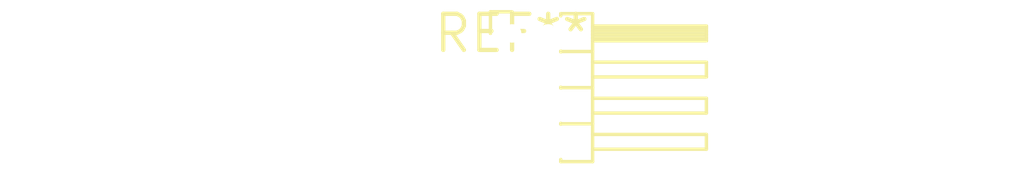
<source format=kicad_pcb>
(kicad_pcb (version 20240108) (generator pcbnew)
  (layers (0 "F.Cu" signal) (31 "B.Cu" signal) (34 "B.Paste" user) (35 "F.Paste" user) (36 "B.SilkS" user "B.Silkscreen") (37 "F.SilkS" user "F.Silkscreen") (38 "B.Mask" user) (39 "F.Mask" user) (44 "Edge.Cuts" user))
  (net 0 "")
  (footprint "PinHeader_2x04_P1.27mm_Horizontal" (layer "F.Cu") (at 0 0)
    (property "Reference" "REF**")
    (property "Value" "PinHeader_2x04_P1.27mm_Horizontal")
    (fp_line (start -0.76 -0.76) (end 0 -0.76) (layer "F.SilkS") (stroke (width 0.12)))
    (fp_line (start -0.76 0) (end -0.76 -0.76) (layer "F.SilkS") (stroke (width 0.12)))
    (fp_line (start 1.71 -0.695) (end 2.83 -0.695) (layer "F.SilkS") (stroke (width 0.12)))
    (fp_line (start 1.71 -0.619677) (end 1.71 -0.695) (layer "F.SilkS") (stroke (width 0.12)))
    (fp_line (start 1.71 0.619677) (end 1.71 0.650323) (layer "F.SilkS") (stroke (width 0.12)))
    (fp_line (start 1.71 0.635) (end 2.83 0.635) (layer "F.SilkS") (stroke (width 0.12)))
    (fp_line (start 1.71 1.889677) (end 1.71 1.920323) (layer "F.SilkS") (stroke (width 0.12)))
    (fp_line (start 1.71 1.905) (end 2.83 1.905) (layer "F.SilkS") (stroke (width 0.12)))
    (fp_line (start 1.71 3.159677) (end 1.71 3.190323) (layer "F.SilkS") (stroke (width 0.12)))
    (fp_line (start 1.71 3.175) (end 2.83 3.175) (layer "F.SilkS") (stroke (width 0.12)))
    (fp_line (start 1.71 4.505) (end 1.71 4.429677) (layer "F.SilkS") (stroke (width 0.12)))
    (fp_line (start 2.83 -0.695) (end 2.83 4.505) (layer "F.SilkS") (stroke (width 0.12)))
    (fp_line (start 2.83 -0.26) (end 6.83 -0.26) (layer "F.SilkS") (stroke (width 0.12)))
    (fp_line (start 2.83 -0.2) (end 6.83 -0.2) (layer "F.SilkS") (stroke (width 0.12)))
    (fp_line (start 2.83 -0.08) (end 6.83 -0.08) (layer "F.SilkS") (stroke (width 0.12)))
    (fp_line (start 2.83 0.04) (end 6.83 0.04) (layer "F.SilkS") (stroke (width 0.12)))
    (fp_line (start 2.83 0.16) (end 6.83 0.16) (layer "F.SilkS") (stroke (width 0.12)))
    (fp_line (start 2.83 1.01) (end 6.83 1.01) (layer "F.SilkS") (stroke (width 0.12)))
    (fp_line (start 2.83 2.28) (end 6.83 2.28) (layer "F.SilkS") (stroke (width 0.12)))
    (fp_line (start 2.83 3.55) (end 6.83 3.55) (layer "F.SilkS") (stroke (width 0.12)))
    (fp_line (start 2.83 4.505) (end 1.71 4.505) (layer "F.SilkS") (stroke (width 0.12)))
    (fp_line (start 6.83 -0.26) (end 6.83 0.26) (layer "F.SilkS") (stroke (width 0.12)))
    (fp_line (start 6.83 0.26) (end 2.83 0.26) (layer "F.SilkS") (stroke (width 0.12)))
    (fp_line (start 6.83 1.01) (end 6.83 1.53) (layer "F.SilkS") (stroke (width 0.12)))
    (fp_line (start 6.83 1.53) (end 2.83 1.53) (layer "F.SilkS") (stroke (width 0.12)))
    (fp_line (start 6.83 2.28) (end 6.83 2.8) (layer "F.SilkS") (stroke (width 0.12)))
    (fp_line (start 6.83 2.8) (end 2.83 2.8) (layer "F.SilkS") (stroke (width 0.12)))
    (fp_line (start 6.83 3.55) (end 6.83 4.07) (layer "F.SilkS") (stroke (width 0.12)))
    (fp_line (start 6.83 4.07) (end 2.83 4.07) (layer "F.SilkS") (stroke (width 0.12)))
    (pad "1" thru_hole rect (at 0 0) (size 1 1) (drill 0.65) (layers *.Cu *.Mask) (remove_unused_layers))
    (pad "2" thru_hole oval (at 1.27 0) (size 1 1) (drill 0.65) (layers *.Cu *.Mask) (remove_unused_layers))
    (pad "3" thru_hole oval (at 0 1.27) (size 1 1) (drill 0.65) (layers *.Cu *.Mask) (remove_unused_layers))
    (pad "4" thru_hole oval (at 1.27 1.27) (size 1 1) (drill 0.65) (layers *.Cu *.Mask) (remove_unused_layers))
    (pad "5" thru_hole oval (at 0 2.54) (size 1 1) (drill 0.65) (layers *.Cu *.Mask) (remove_unused_layers))
    (pad "6" thru_hole oval (at 1.27 2.54) (size 1 1) (drill 0.65) (layers *.Cu *.Mask) (remove_unused_layers))
    (pad "7" thru_hole oval (at 0 3.81) (size 1 1) (drill 0.65) (layers *.Cu *.Mask) (remove_unused_layers))
    (pad "8" thru_hole oval (at 1.27 3.81) (size 1 1) (drill 0.65) (layers *.Cu *.Mask) (remove_unused_layers))
  )
)
</source>
